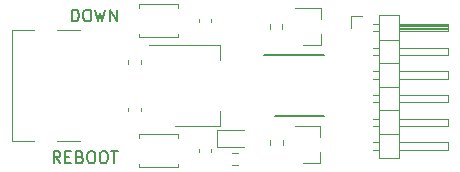
<source format=gbr>
%TF.GenerationSoftware,KiCad,Pcbnew,(5.1.8)-1*%
%TF.CreationDate,2021-01-13T21:24:39+08:00*%
%TF.ProjectId,downloader,646f776e-6c6f-4616-9465-722e6b696361,rev?*%
%TF.SameCoordinates,Original*%
%TF.FileFunction,Legend,Top*%
%TF.FilePolarity,Positive*%
%FSLAX46Y46*%
G04 Gerber Fmt 4.6, Leading zero omitted, Abs format (unit mm)*
G04 Created by KiCad (PCBNEW (5.1.8)-1) date 2021-01-13 21:24:39*
%MOMM*%
%LPD*%
G01*
G04 APERTURE LIST*
%ADD10C,0.150000*%
%ADD11C,0.120000*%
G04 APERTURE END LIST*
D10*
X104219047Y-87052380D02*
X104219047Y-86052380D01*
X104457142Y-86052380D01*
X104600000Y-86100000D01*
X104695238Y-86195238D01*
X104742857Y-86290476D01*
X104790476Y-86480952D01*
X104790476Y-86623809D01*
X104742857Y-86814285D01*
X104695238Y-86909523D01*
X104600000Y-87004761D01*
X104457142Y-87052380D01*
X104219047Y-87052380D01*
X105409523Y-86052380D02*
X105600000Y-86052380D01*
X105695238Y-86100000D01*
X105790476Y-86195238D01*
X105838095Y-86385714D01*
X105838095Y-86719047D01*
X105790476Y-86909523D01*
X105695238Y-87004761D01*
X105600000Y-87052380D01*
X105409523Y-87052380D01*
X105314285Y-87004761D01*
X105219047Y-86909523D01*
X105171428Y-86719047D01*
X105171428Y-86385714D01*
X105219047Y-86195238D01*
X105314285Y-86100000D01*
X105409523Y-86052380D01*
X106171428Y-86052380D02*
X106409523Y-87052380D01*
X106600000Y-86338095D01*
X106790476Y-87052380D01*
X107028571Y-86052380D01*
X107409523Y-87052380D02*
X107409523Y-86052380D01*
X107980952Y-87052380D01*
X107980952Y-86052380D01*
X103228571Y-99052380D02*
X102895238Y-98576190D01*
X102657142Y-99052380D02*
X102657142Y-98052380D01*
X103038095Y-98052380D01*
X103133333Y-98100000D01*
X103180952Y-98147619D01*
X103228571Y-98242857D01*
X103228571Y-98385714D01*
X103180952Y-98480952D01*
X103133333Y-98528571D01*
X103038095Y-98576190D01*
X102657142Y-98576190D01*
X103657142Y-98528571D02*
X103990476Y-98528571D01*
X104133333Y-99052380D02*
X103657142Y-99052380D01*
X103657142Y-98052380D01*
X104133333Y-98052380D01*
X104895238Y-98528571D02*
X105038095Y-98576190D01*
X105085714Y-98623809D01*
X105133333Y-98719047D01*
X105133333Y-98861904D01*
X105085714Y-98957142D01*
X105038095Y-99004761D01*
X104942857Y-99052380D01*
X104561904Y-99052380D01*
X104561904Y-98052380D01*
X104895238Y-98052380D01*
X104990476Y-98100000D01*
X105038095Y-98147619D01*
X105085714Y-98242857D01*
X105085714Y-98338095D01*
X105038095Y-98433333D01*
X104990476Y-98480952D01*
X104895238Y-98528571D01*
X104561904Y-98528571D01*
X105752380Y-98052380D02*
X105942857Y-98052380D01*
X106038095Y-98100000D01*
X106133333Y-98195238D01*
X106180952Y-98385714D01*
X106180952Y-98719047D01*
X106133333Y-98909523D01*
X106038095Y-99004761D01*
X105942857Y-99052380D01*
X105752380Y-99052380D01*
X105657142Y-99004761D01*
X105561904Y-98909523D01*
X105514285Y-98719047D01*
X105514285Y-98385714D01*
X105561904Y-98195238D01*
X105657142Y-98100000D01*
X105752380Y-98052380D01*
X106800000Y-98052380D02*
X106990476Y-98052380D01*
X107085714Y-98100000D01*
X107180952Y-98195238D01*
X107228571Y-98385714D01*
X107228571Y-98719047D01*
X107180952Y-98909523D01*
X107085714Y-99004761D01*
X106990476Y-99052380D01*
X106800000Y-99052380D01*
X106704761Y-99004761D01*
X106609523Y-98909523D01*
X106561904Y-98719047D01*
X106561904Y-98385714D01*
X106609523Y-98195238D01*
X106704761Y-98100000D01*
X106800000Y-98052380D01*
X107514285Y-98052380D02*
X108085714Y-98052380D01*
X107799999Y-99052380D02*
X107799999Y-98052380D01*
D11*
%TO.C,J2*%
X127800000Y-86600000D02*
X128800000Y-86600000D01*
X127800000Y-87600000D02*
X127800000Y-86600000D01*
X129682114Y-97910000D02*
X130240000Y-97910000D01*
X129682114Y-97290000D02*
X130240000Y-97290000D01*
X136060000Y-97910000D02*
X131860000Y-97910000D01*
X136060000Y-97290000D02*
X136060000Y-97910000D01*
X131860000Y-97290000D02*
X136060000Y-97290000D01*
X130240000Y-96600000D02*
X131860000Y-96600000D01*
X129682114Y-95910000D02*
X130240000Y-95910000D01*
X129682114Y-95290000D02*
X130240000Y-95290000D01*
X136060000Y-95910000D02*
X131860000Y-95910000D01*
X136060000Y-95290000D02*
X136060000Y-95910000D01*
X131860000Y-95290000D02*
X136060000Y-95290000D01*
X130240000Y-94600000D02*
X131860000Y-94600000D01*
X129682114Y-93910000D02*
X130240000Y-93910000D01*
X129682114Y-93290000D02*
X130240000Y-93290000D01*
X136060000Y-93910000D02*
X131860000Y-93910000D01*
X136060000Y-93290000D02*
X136060000Y-93910000D01*
X131860000Y-93290000D02*
X136060000Y-93290000D01*
X130240000Y-92600000D02*
X131860000Y-92600000D01*
X129682114Y-91910000D02*
X130240000Y-91910000D01*
X129682114Y-91290000D02*
X130240000Y-91290000D01*
X136060000Y-91910000D02*
X131860000Y-91910000D01*
X136060000Y-91290000D02*
X136060000Y-91910000D01*
X131860000Y-91290000D02*
X136060000Y-91290000D01*
X130240000Y-90600000D02*
X131860000Y-90600000D01*
X129682114Y-89910000D02*
X130240000Y-89910000D01*
X129682114Y-89290000D02*
X130240000Y-89290000D01*
X136060000Y-89910000D02*
X131860000Y-89910000D01*
X136060000Y-89290000D02*
X136060000Y-89910000D01*
X131860000Y-89290000D02*
X136060000Y-89290000D01*
X130240000Y-88600000D02*
X131860000Y-88600000D01*
X129735000Y-87910000D02*
X130240000Y-87910000D01*
X129735000Y-87290000D02*
X130240000Y-87290000D01*
X131860000Y-87830000D02*
X136060000Y-87830000D01*
X131860000Y-87710000D02*
X136060000Y-87710000D01*
X131860000Y-87590000D02*
X136060000Y-87590000D01*
X131860000Y-87470000D02*
X136060000Y-87470000D01*
X131860000Y-87350000D02*
X136060000Y-87350000D01*
X136060000Y-87910000D02*
X131860000Y-87910000D01*
X136060000Y-87290000D02*
X136060000Y-87910000D01*
X131860000Y-87290000D02*
X136060000Y-87290000D01*
X131860000Y-86540000D02*
X130240000Y-86540000D01*
X131860000Y-98660000D02*
X131860000Y-86540000D01*
X130240000Y-98660000D02*
X131860000Y-98660000D01*
X130240000Y-86540000D02*
X130240000Y-98660000D01*
%TO.C,J1*%
X99100000Y-87800000D02*
X99100000Y-97200000D01*
X104900000Y-97200000D02*
X102900000Y-97200000D01*
X101000000Y-97200000D02*
X99100000Y-97200000D01*
X104900000Y-87800000D02*
X102900000Y-87800000D01*
X101000000Y-87800000D02*
X99100000Y-87800000D01*
%TO.C,R1*%
X117762742Y-98202500D02*
X118237258Y-98202500D01*
X117762742Y-99247500D02*
X118237258Y-99247500D01*
%TO.C,D1*%
X118800000Y-96215000D02*
X116515000Y-96215000D01*
X116515000Y-96215000D02*
X116515000Y-97685000D01*
X116515000Y-97685000D02*
X118800000Y-97685000D01*
D10*
%TO.C,U2*%
X120500000Y-89930000D02*
X125570000Y-89930000D01*
X121430000Y-95070000D02*
X125570000Y-95070000D01*
D11*
%TO.C,U1*%
X110700000Y-89090000D02*
X116710000Y-89090000D01*
X112950000Y-95910000D02*
X116710000Y-95910000D01*
X116710000Y-89090000D02*
X116710000Y-90350000D01*
X116710000Y-95910000D02*
X116710000Y-94650000D01*
%TO.C,SW2*%
X109850000Y-99100000D02*
X109850000Y-99400000D01*
X109850000Y-99400000D02*
X113150000Y-99400000D01*
X113150000Y-99400000D02*
X113150000Y-99100000D01*
X109850000Y-96900000D02*
X109850000Y-96600000D01*
X109850000Y-96600000D02*
X113150000Y-96600000D01*
X113150000Y-96600000D02*
X113150000Y-96900000D01*
%TO.C,SW1*%
X109850000Y-88100000D02*
X109850000Y-88400000D01*
X109850000Y-88400000D02*
X113150000Y-88400000D01*
X113150000Y-88400000D02*
X113150000Y-88100000D01*
X109850000Y-85900000D02*
X109850000Y-85600000D01*
X109850000Y-85600000D02*
X113150000Y-85600000D01*
X113150000Y-85600000D02*
X113150000Y-85900000D01*
%TO.C,R3*%
X121002500Y-97087742D02*
X121002500Y-97562258D01*
X122047500Y-97087742D02*
X122047500Y-97562258D01*
%TO.C,R2*%
X120977500Y-87262742D02*
X120977500Y-87737258D01*
X122022500Y-87262742D02*
X122022500Y-87737258D01*
%TO.C,Q2*%
X125235000Y-99055000D02*
X123775000Y-99055000D01*
X125235000Y-95895000D02*
X123075000Y-95895000D01*
X125235000Y-95895000D02*
X125235000Y-96825000D01*
X125235000Y-99055000D02*
X125235000Y-98125000D01*
%TO.C,Q1*%
X125260000Y-89080000D02*
X123800000Y-89080000D01*
X125260000Y-85920000D02*
X123100000Y-85920000D01*
X125260000Y-85920000D02*
X125260000Y-86850000D01*
X125260000Y-89080000D02*
X125260000Y-88150000D01*
%TO.C,C4*%
X116010000Y-98140580D02*
X116010000Y-97859420D01*
X114990000Y-98140580D02*
X114990000Y-97859420D01*
%TO.C,C2*%
X116010000Y-87140580D02*
X116010000Y-86859420D01*
X114990000Y-87140580D02*
X114990000Y-86859420D01*
%TO.C,C3*%
X110010000Y-94640580D02*
X110010000Y-94359420D01*
X108990000Y-94640580D02*
X108990000Y-94359420D01*
%TO.C,C1*%
X108990000Y-90359420D02*
X108990000Y-90640580D01*
X110010000Y-90359420D02*
X110010000Y-90640580D01*
%TD*%
M02*

</source>
